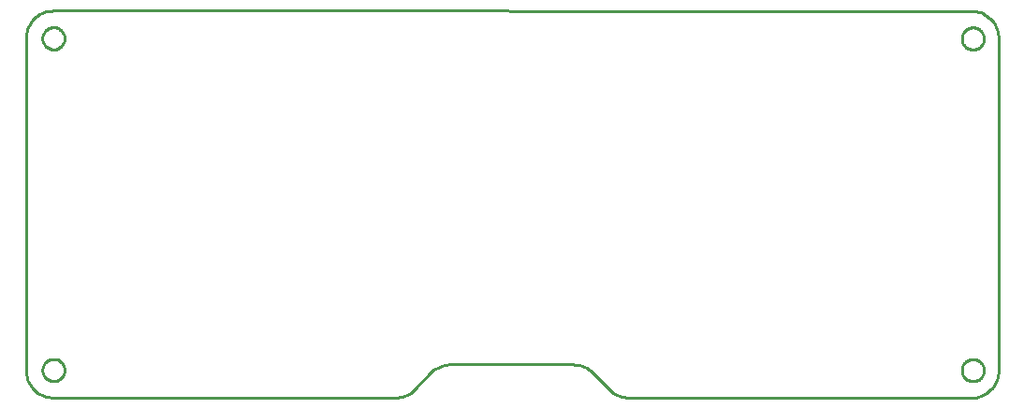
<source format=gbr>
G04 EAGLE Gerber RS-274X export*
G75*
%MOMM*%
%FSLAX34Y34*%
%LPD*%
%IN*%
%IPPOS*%
%AMOC8*
5,1,8,0,0,1.08239X$1,22.5*%
G01*
%ADD10C,0.254000*%


D10*
X-440000Y-150000D02*
X-439905Y-152179D01*
X-439620Y-154341D01*
X-439148Y-156470D01*
X-438492Y-158551D01*
X-437658Y-160565D01*
X-436651Y-162500D01*
X-435479Y-164339D01*
X-434151Y-166070D01*
X-432678Y-167678D01*
X-431070Y-169151D01*
X-429339Y-170479D01*
X-427500Y-171651D01*
X-425565Y-172658D01*
X-423551Y-173492D01*
X-421470Y-174148D01*
X-419341Y-174620D01*
X-417179Y-174905D01*
X-415000Y-175000D01*
X-105864Y-175000D01*
X-103685Y-174905D01*
X-101523Y-174620D01*
X-99393Y-174148D01*
X-97313Y-173492D01*
X-95298Y-172658D01*
X-93364Y-171651D01*
X-91524Y-170479D01*
X-89794Y-169151D01*
X-88186Y-167678D01*
X-87587Y-167058D01*
X-74413Y-152942D01*
X-72856Y-151414D01*
X-71173Y-150028D01*
X-69375Y-148793D01*
X-67476Y-147720D01*
X-65491Y-146816D01*
X-63435Y-146089D01*
X-61323Y-145544D01*
X-59172Y-145185D01*
X-56998Y-145015D01*
X-56136Y-145000D01*
X54645Y-145000D01*
X56824Y-145095D01*
X58986Y-145380D01*
X61115Y-145852D01*
X63195Y-146508D01*
X65210Y-147342D01*
X67145Y-148349D01*
X68984Y-149521D01*
X70714Y-150849D01*
X72322Y-152322D01*
X72322Y-152322D01*
X87678Y-167678D01*
X89286Y-169151D01*
X91016Y-170479D01*
X92855Y-171651D01*
X94790Y-172658D01*
X96805Y-173492D01*
X98885Y-174148D01*
X101014Y-174620D01*
X103176Y-174905D01*
X105355Y-175000D01*
X105355Y-175000D01*
X415000Y-175200D01*
X417179Y-175105D01*
X419341Y-174820D01*
X421470Y-174348D01*
X423551Y-173692D01*
X425565Y-172858D01*
X427500Y-171851D01*
X429339Y-170679D01*
X431070Y-169351D01*
X432678Y-167878D01*
X434151Y-166270D01*
X435479Y-164539D01*
X436651Y-162700D01*
X437658Y-160765D01*
X438492Y-158751D01*
X439148Y-156670D01*
X439620Y-154541D01*
X439905Y-152379D01*
X440000Y-150200D01*
X440000Y149800D01*
X439905Y151979D01*
X439620Y154141D01*
X439148Y156270D01*
X438492Y158351D01*
X437658Y160365D01*
X436651Y162300D01*
X435479Y164139D01*
X434151Y165870D01*
X432678Y167478D01*
X431070Y168951D01*
X429339Y170279D01*
X427500Y171451D01*
X425565Y172458D01*
X423551Y173292D01*
X421470Y173948D01*
X419341Y174420D01*
X417179Y174705D01*
X415000Y174800D01*
X-415000Y175000D01*
X-417179Y174905D01*
X-419341Y174620D01*
X-421470Y174148D01*
X-423551Y173492D01*
X-425565Y172658D01*
X-427500Y171651D01*
X-429339Y170479D01*
X-431070Y169151D01*
X-432678Y167678D01*
X-434151Y166070D01*
X-435479Y164339D01*
X-436651Y162500D01*
X-437658Y160565D01*
X-438492Y158551D01*
X-439148Y156470D01*
X-439620Y154341D01*
X-439905Y152179D01*
X-440000Y150000D01*
X-440000Y-150000D01*
X426700Y149363D02*
X426624Y148494D01*
X426472Y147634D01*
X426246Y146790D01*
X425948Y145970D01*
X425579Y145178D01*
X425142Y144422D01*
X424641Y143707D01*
X424080Y143038D01*
X423462Y142420D01*
X422793Y141859D01*
X422078Y141358D01*
X421322Y140921D01*
X420530Y140552D01*
X419710Y140254D01*
X418866Y140028D01*
X418007Y139876D01*
X417137Y139800D01*
X416263Y139800D01*
X415394Y139876D01*
X414534Y140028D01*
X413690Y140254D01*
X412870Y140552D01*
X412078Y140921D01*
X411322Y141358D01*
X410607Y141859D01*
X409938Y142420D01*
X409320Y143038D01*
X408759Y143707D01*
X408258Y144422D01*
X407821Y145178D01*
X407452Y145970D01*
X407154Y146790D01*
X406928Y147634D01*
X406776Y148494D01*
X406700Y149363D01*
X406700Y150237D01*
X406776Y151107D01*
X406928Y151966D01*
X407154Y152810D01*
X407452Y153630D01*
X407821Y154422D01*
X408258Y155178D01*
X408759Y155893D01*
X409320Y156562D01*
X409938Y157180D01*
X410607Y157741D01*
X411322Y158242D01*
X412078Y158679D01*
X412870Y159048D01*
X413690Y159346D01*
X414534Y159572D01*
X415394Y159724D01*
X416263Y159800D01*
X417137Y159800D01*
X418007Y159724D01*
X418866Y159572D01*
X419710Y159346D01*
X420530Y159048D01*
X421322Y158679D01*
X422078Y158242D01*
X422793Y157741D01*
X423462Y157180D01*
X424080Y156562D01*
X424641Y155893D01*
X425142Y155178D01*
X425579Y154422D01*
X425948Y153630D01*
X426246Y152810D01*
X426472Y151966D01*
X426624Y151107D01*
X426700Y150237D01*
X426700Y149363D01*
X-405000Y149563D02*
X-405076Y148694D01*
X-405228Y147834D01*
X-405454Y146990D01*
X-405752Y146170D01*
X-406121Y145378D01*
X-406558Y144622D01*
X-407059Y143907D01*
X-407620Y143238D01*
X-408238Y142620D01*
X-408907Y142059D01*
X-409622Y141558D01*
X-410378Y141121D01*
X-411170Y140752D01*
X-411990Y140454D01*
X-412834Y140228D01*
X-413694Y140076D01*
X-414563Y140000D01*
X-415437Y140000D01*
X-416307Y140076D01*
X-417166Y140228D01*
X-418010Y140454D01*
X-418830Y140752D01*
X-419622Y141121D01*
X-420378Y141558D01*
X-421093Y142059D01*
X-421762Y142620D01*
X-422380Y143238D01*
X-422941Y143907D01*
X-423442Y144622D01*
X-423879Y145378D01*
X-424248Y146170D01*
X-424546Y146990D01*
X-424772Y147834D01*
X-424924Y148694D01*
X-425000Y149563D01*
X-425000Y150437D01*
X-424924Y151307D01*
X-424772Y152166D01*
X-424546Y153010D01*
X-424248Y153830D01*
X-423879Y154622D01*
X-423442Y155378D01*
X-422941Y156093D01*
X-422380Y156762D01*
X-421762Y157380D01*
X-421093Y157941D01*
X-420378Y158442D01*
X-419622Y158879D01*
X-418830Y159248D01*
X-418010Y159546D01*
X-417166Y159772D01*
X-416307Y159924D01*
X-415437Y160000D01*
X-414563Y160000D01*
X-413694Y159924D01*
X-412834Y159772D01*
X-411990Y159546D01*
X-411170Y159248D01*
X-410378Y158879D01*
X-409622Y158442D01*
X-408907Y157941D01*
X-408238Y157380D01*
X-407620Y156762D01*
X-407059Y156093D01*
X-406558Y155378D01*
X-406121Y154622D01*
X-405752Y153830D01*
X-405454Y153010D01*
X-405228Y152166D01*
X-405076Y151307D01*
X-405000Y150437D01*
X-405000Y149563D01*
X-405000Y-150437D02*
X-405076Y-151307D01*
X-405228Y-152166D01*
X-405454Y-153010D01*
X-405752Y-153830D01*
X-406121Y-154622D01*
X-406558Y-155378D01*
X-407059Y-156093D01*
X-407620Y-156762D01*
X-408238Y-157380D01*
X-408907Y-157941D01*
X-409622Y-158442D01*
X-410378Y-158879D01*
X-411170Y-159248D01*
X-411990Y-159546D01*
X-412834Y-159772D01*
X-413694Y-159924D01*
X-414563Y-160000D01*
X-415437Y-160000D01*
X-416307Y-159924D01*
X-417166Y-159772D01*
X-418010Y-159546D01*
X-418830Y-159248D01*
X-419622Y-158879D01*
X-420378Y-158442D01*
X-421093Y-157941D01*
X-421762Y-157380D01*
X-422380Y-156762D01*
X-422941Y-156093D01*
X-423442Y-155378D01*
X-423879Y-154622D01*
X-424248Y-153830D01*
X-424546Y-153010D01*
X-424772Y-152166D01*
X-424924Y-151307D01*
X-425000Y-150437D01*
X-425000Y-149563D01*
X-424924Y-148694D01*
X-424772Y-147834D01*
X-424546Y-146990D01*
X-424248Y-146170D01*
X-423879Y-145378D01*
X-423442Y-144622D01*
X-422941Y-143907D01*
X-422380Y-143238D01*
X-421762Y-142620D01*
X-421093Y-142059D01*
X-420378Y-141558D01*
X-419622Y-141121D01*
X-418830Y-140752D01*
X-418010Y-140454D01*
X-417166Y-140228D01*
X-416307Y-140076D01*
X-415437Y-140000D01*
X-414563Y-140000D01*
X-413694Y-140076D01*
X-412834Y-140228D01*
X-411990Y-140454D01*
X-411170Y-140752D01*
X-410378Y-141121D01*
X-409622Y-141558D01*
X-408907Y-142059D01*
X-408238Y-142620D01*
X-407620Y-143238D01*
X-407059Y-143907D01*
X-406558Y-144622D01*
X-406121Y-145378D01*
X-405752Y-146170D01*
X-405454Y-146990D01*
X-405228Y-147834D01*
X-405076Y-148694D01*
X-405000Y-149563D01*
X-405000Y-150437D01*
X426700Y-150637D02*
X426624Y-151507D01*
X426472Y-152366D01*
X426246Y-153210D01*
X425948Y-154030D01*
X425579Y-154822D01*
X425142Y-155578D01*
X424641Y-156293D01*
X424080Y-156962D01*
X423462Y-157580D01*
X422793Y-158141D01*
X422078Y-158642D01*
X421322Y-159079D01*
X420530Y-159448D01*
X419710Y-159746D01*
X418866Y-159972D01*
X418007Y-160124D01*
X417137Y-160200D01*
X416263Y-160200D01*
X415394Y-160124D01*
X414534Y-159972D01*
X413690Y-159746D01*
X412870Y-159448D01*
X412078Y-159079D01*
X411322Y-158642D01*
X410607Y-158141D01*
X409938Y-157580D01*
X409320Y-156962D01*
X408759Y-156293D01*
X408258Y-155578D01*
X407821Y-154822D01*
X407452Y-154030D01*
X407154Y-153210D01*
X406928Y-152366D01*
X406776Y-151507D01*
X406700Y-150637D01*
X406700Y-149763D01*
X406776Y-148894D01*
X406928Y-148034D01*
X407154Y-147190D01*
X407452Y-146370D01*
X407821Y-145578D01*
X408258Y-144822D01*
X408759Y-144107D01*
X409320Y-143438D01*
X409938Y-142820D01*
X410607Y-142259D01*
X411322Y-141758D01*
X412078Y-141321D01*
X412870Y-140952D01*
X413690Y-140654D01*
X414534Y-140428D01*
X415394Y-140276D01*
X416263Y-140200D01*
X417137Y-140200D01*
X418007Y-140276D01*
X418866Y-140428D01*
X419710Y-140654D01*
X420530Y-140952D01*
X421322Y-141321D01*
X422078Y-141758D01*
X422793Y-142259D01*
X423462Y-142820D01*
X424080Y-143438D01*
X424641Y-144107D01*
X425142Y-144822D01*
X425579Y-145578D01*
X425948Y-146370D01*
X426246Y-147190D01*
X426472Y-148034D01*
X426624Y-148894D01*
X426700Y-149763D01*
X426700Y-150637D01*
M02*

</source>
